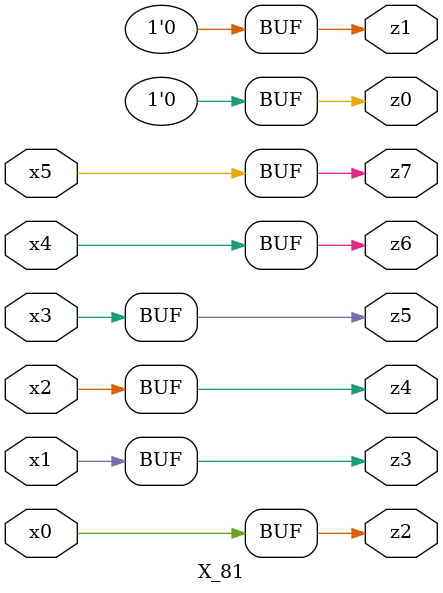
<source format=v>

module X_81 ( 
    x0, x1, x2, x3, x4, x5,
    z0, z1, z2, z3, z4, z5, z6, z7  );
  input  x0, x1, x2, x3, x4, x5;
  output z0, z1, z2, z3, z4, z5, z6, z7;
  assign z0 = 1'b0;
  assign z1 = 1'b0;
  assign z2 = x0;
  assign z3 = x1;
  assign z4 = x2;
  assign z5 = x3;
  assign z6 = x4;
  assign z7 = x5;
endmodule



</source>
